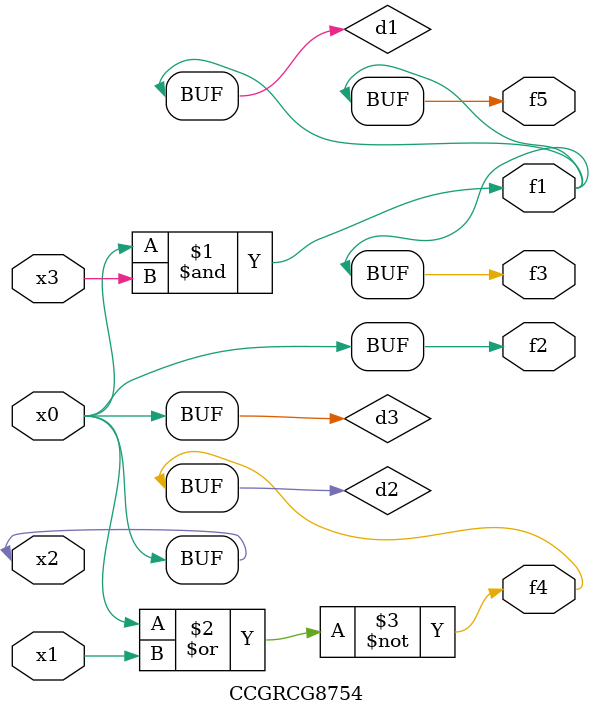
<source format=v>
module CCGRCG8754(
	input x0, x1, x2, x3,
	output f1, f2, f3, f4, f5
);

	wire d1, d2, d3;

	and (d1, x2, x3);
	nor (d2, x0, x1);
	buf (d3, x0, x2);
	assign f1 = d1;
	assign f2 = d3;
	assign f3 = d1;
	assign f4 = d2;
	assign f5 = d1;
endmodule

</source>
